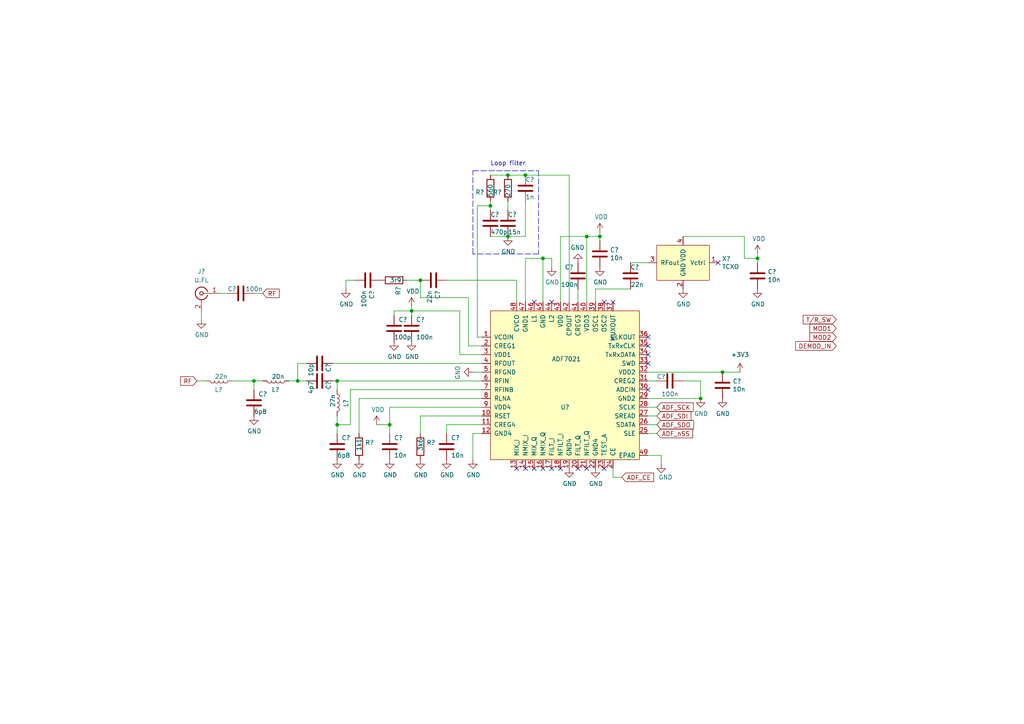
<source format=kicad_sch>
(kicad_sch (version 20211123) (generator eeschema)
  (paper "A4")
  (lib_symbols
    (symbol "Connector:Conn_Coaxial" (pin_names (offset 1.016) hide)
      (property "Reference" "J" (at 0.254 3.048 0))
      (property "Value" "Conn_Coaxial" (at 2.921 0 90))
      (symbol "Conn_Coaxial_0_1"
        (arc (start -1.778 -0.508) (mid 0.222 -1.808) (end 1.778 0) (stroke (width 0.254)))
        (polyline (pts (xy -2.54 0) (xy -0.508 0)))
        (polyline (pts (xy 0 -2.54) (xy 0 -1.778)))
        (circle (center 0 0) (radius 0.508) (stroke (width 0.2032)))
        (arc (start 1.778 0) (mid 0.222 1.8083) (end -1.778 0.508) (stroke (width 0.254)))
      )
      (symbol "Conn_Coaxial_1_1"
        (pin passive line (at -5.08 0 0) (length 2.54) (name "In") (number "1"))
        (pin passive line (at 0 -5.08 90) (length 2.54) (name "Ext") (number "2"))
      )
    )
    (symbol "Device:C" (pin_numbers hide) (pin_names (offset 0.254))
      (property "Reference" "C" (at 0.635 2.54 0))
      (property "Value" "C" (at 0.635 -2.54 0))
      (symbol "C_0_1"
        (polyline (pts (xy -2.032 -0.762) (xy 2.032 -0.762)) (stroke (width 0.508)))
        (polyline (pts (xy -2.032 0.762) (xy 2.032 0.762)) (stroke (width 0.508)))
      )
      (symbol "C_1_1"
        (pin passive line (at 0 3.81 270) (length 2.794) (name "~") (number "1"))
        (pin passive line (at 0 -3.81 90) (length 2.794) (name "~") (number "2"))
      )
    )
    (symbol "Device:L" (pin_numbers hide) (pin_names (offset 1.016) hide)
      (property "Reference" "L" (at -1.27 0 90))
      (property "Value" "L" (at 1.905 0 90))
      (symbol "L_0_1"
        (arc (start 0 -2.54) (mid 0.635 -1.905) (end 0 -1.27))
        (arc (start 0 -1.27) (mid 0.635 -0.635) (end 0 0))
        (arc (start 0 0) (mid 0.635 0.635) (end 0 1.27))
        (arc (start 0 1.27) (mid 0.635 1.905) (end 0 2.54))
      )
      (symbol "L_1_1"
        (pin passive line (at 0 3.81 270) (length 1.27) (name "1") (number "1"))
        (pin passive line (at 0 -3.81 90) (length 1.27) (name "2") (number "2"))
      )
    )
    (symbol "Device:R" (pin_numbers hide) (pin_names (offset 0))
      (property "Reference" "R" (at 2.032 0 90))
      (property "Value" "R" (at 0 0 90))
      (symbol "R_0_1"
        (rectangle (start -1.016 -2.54) (end 1.016 2.54) (stroke (width 0.254)))
      )
      (symbol "R_1_1"
        (pin passive line (at 0 3.81 270) (length 1.27) (name "~") (number "1"))
        (pin passive line (at 0 -3.81 90) (length 1.27) (name "~") (number "2"))
      )
    )
    (symbol "adf7021:ADF7021" (pin_names (offset 1.016))
      (property "Reference" "U" (at 0 -6.35 0))
      (property "Value" "ADF7021" (at 0 7.62 0))
      (symbol "ADF7021_0_1"
        (rectangle (start -21.59 -21.59) (end 21.59 21.59) (fill (type background)))
      )
      (symbol "ADF7021_1_1"
        (pin input line (at -24.13 13.97 0) (length 2.54) (name "VCOIN") (number "1"))
        (pin input line (at -24.13 -8.89 0) (length 2.54) (name "RSET") (number "10"))
        (pin input line (at -24.13 -11.43 0) (length 2.54) (name "CREG4") (number "11"))
        (pin input line (at -24.13 -13.97 0) (length 2.54) (name "GND4") (number "12"))
        (pin input line (at -13.97 -24.13 90) (length 2.54) (name "MIX_I") (number "13"))
        (pin input line (at -11.43 -24.13 90) (length 2.54) (name "NMIX_I") (number "14"))
        (pin input line (at -8.89 -24.13 90) (length 2.54) (name "MIX_Q") (number "15"))
        (pin input line (at -6.35 -24.13 90) (length 2.54) (name "NMIX_Q") (number "16"))
        (pin input line (at -3.81 -24.13 90) (length 2.54) (name "FILT_I") (number "17"))
        (pin input line (at -1.27 -24.13 90) (length 2.54) (name "NFILT_I") (number "18"))
        (pin input line (at 1.27 -24.13 90) (length 2.54) (name "GND4") (number "19"))
        (pin input line (at -24.13 11.43 0) (length 2.54) (name "CREG1") (number "2"))
        (pin input line (at 3.81 -24.13 90) (length 2.54) (name "FILT_Q") (number "20"))
        (pin input line (at 6.35 -24.13 90) (length 2.54) (name "NFILT_Q") (number "21"))
        (pin input line (at 8.89 -24.13 90) (length 2.54) (name "GND4") (number "22"))
        (pin input line (at 11.43 -24.13 90) (length 2.54) (name "TEST_A") (number "23"))
        (pin input line (at 13.97 -24.13 90) (length 2.54) (name "CE") (number "24"))
        (pin input line (at 24.13 -13.97 180) (length 2.54) (name "SLE") (number "25"))
        (pin input line (at 24.13 -11.43 180) (length 2.54) (name "SDATA") (number "26"))
        (pin input line (at 24.13 -8.89 180) (length 2.54) (name "SREAD") (number "27"))
        (pin input line (at 24.13 -6.35 180) (length 2.54) (name "SCLK") (number "28"))
        (pin input line (at 24.13 -3.81 180) (length 2.54) (name "GND2") (number "29"))
        (pin input line (at -24.13 8.89 0) (length 2.54) (name "VDD1") (number "3"))
        (pin input line (at 24.13 -1.27 180) (length 2.54) (name "ADCIN") (number "30"))
        (pin input line (at 24.13 1.27 180) (length 2.54) (name "CREG2") (number "31"))
        (pin input line (at 24.13 3.81 180) (length 2.54) (name "VDD2") (number "32"))
        (pin input line (at 24.13 6.35 180) (length 2.54) (name "SWD") (number "33"))
        (pin input line (at 24.13 8.89 180) (length 2.54) (name "TxRxDATA") (number "34"))
        (pin input line (at 24.13 11.43 180) (length 2.54) (name "TxRxCLK") (number "35"))
        (pin input line (at 24.13 13.97 180) (length 2.54) (name "CLKOUT") (number "36"))
        (pin input line (at 13.97 24.13 270) (length 2.54) (name "MUXOUT") (number "37"))
        (pin input line (at 11.43 24.13 270) (length 2.54) (name "OSC2") (number "38"))
        (pin input line (at 8.89 24.13 270) (length 2.54) (name "OSC1") (number "39"))
        (pin input line (at -24.13 6.35 0) (length 2.54) (name "RFOUT") (number "4"))
        (pin input line (at 6.35 24.13 270) (length 2.54) (name "VDD3") (number "40"))
        (pin input line (at 3.81 24.13 270) (length 2.54) (name "CREG3") (number "41"))
        (pin input line (at 1.27 24.13 270) (length 2.54) (name "CPOUT") (number "42"))
        (pin input line (at -1.27 24.13 270) (length 2.54) (name "VDD") (number "43"))
        (pin input line (at -3.81 24.13 270) (length 2.54) (name "L2") (number "44"))
        (pin input line (at -6.35 24.13 270) (length 2.54) (name "GND") (number "45"))
        (pin input line (at -8.89 24.13 270) (length 2.54) (name "L1") (number "46"))
        (pin input line (at -11.43 24.13 270) (length 2.54) (name "GND1") (number "47"))
        (pin input line (at -13.97 24.13 270) (length 2.54) (name "CVCO") (number "48"))
        (pin input line (at 24.13 -20.32 180) (length 2.54) (name "EPAD") (number "49"))
        (pin input line (at -24.13 3.81 0) (length 2.54) (name "RFGND") (number "5"))
        (pin input line (at -24.13 1.27 0) (length 2.54) (name "RFIN") (number "6"))
        (pin input line (at -24.13 -1.27 0) (length 2.54) (name "RFINB") (number "7"))
        (pin input line (at -24.13 -3.81 0) (length 2.54) (name "RLNA") (number "8"))
        (pin input line (at -24.13 -6.35 0) (length 2.54) (name "VDD4") (number "9"))
      )
    )
    (symbol "power:+3V3" (power) (pin_names (offset 0))
      (property "Value" "+3V3" (at 0 3.556 0))
      (symbol "+3V3_0_1"
        (polyline (pts (xy -0.762 1.27) (xy 0 2.54)))
        (polyline (pts (xy 0 0) (xy 0 2.54)))
        (polyline (pts (xy 0 2.54) (xy 0.762 1.27)))
      )
      (symbol "+3V3_1_1"
        (pin power_in line (at 0 0 90) (length 0) hide (name "+3V3") (number "1"))
      )
    )
    (symbol "power:GND" (power) (pin_names (offset 0))
      (property "Value" "GND" (at 0 -3.81 0))
      (symbol "GND_0_1"
        (polyline (pts (xy 0 0) (xy 0 -1.27) (xy 1.27 -1.27) (xy 0 -2.54) (xy -1.27 -1.27) (xy 0 -1.27)))
      )
      (symbol "GND_1_1"
        (pin power_in line (at 0 0 270) (length 0) hide (name "GND") (number "1"))
      )
    )
    (symbol "power:VDD" (power) (pin_names (offset 0))
      (property "Value" "VDD" (at 0 3.81 0))
      (symbol "VDD_0_1"
        (polyline (pts (xy -0.762 1.27) (xy 0 2.54)))
        (polyline (pts (xy 0 0) (xy 0 2.54)))
        (polyline (pts (xy 0 2.54) (xy 0.762 1.27)))
      )
      (symbol "VDD_1_1"
        (pin power_in line (at 0 0 90) (length 0) hide (name "VDD") (number "1"))
      )
    )
    (symbol "tcxo:TCXO" (pin_names (offset 1.016))
      (property "Reference" "X" (at -6.35 6.35 0))
      (property "Value" "TCXO" (at 6.35 6.35 0))
      (symbol "TCXO_0_1"
        (rectangle (start 7.62 -5.08) (end -7.62 5.08) (fill (type background)))
      )
      (symbol "TCXO_1_1"
        (pin input line (at 10.16 0 180) (length 2.54) (name "Vctrl") (number "1"))
        (pin input line (at 0 -7.62 90) (length 2.54) (name "GND") (number "2"))
        (pin input line (at -10.16 0 0) (length 2.54) (name "RFout") (number "3"))
        (pin input line (at 0 7.62 270) (length 2.54) (name "VDD") (number "4"))
      )
    )
  )
  (junction (at 203.2 115.57))
  (junction (at 142.24 59.69))
  (junction (at 97.79 110.49))
  (junction (at 173.99 68.58))
  (junction (at 152.4 50.8))
  (junction (at 209.55 107.95))
  (junction (at 147.32 68.58))
  (junction (at 219.71 74.93))
  (junction (at 113.03 123.19))
  (junction (at 170.18 68.58))
  (junction (at 157.48 74.93))
  (junction (at 86.36 110.49))
  (junction (at 119.38 90.17))
  (junction (at 121.92 81.28))
  (junction (at 97.79 123.19))
  (junction (at 73.66 110.49))
  (junction (at 147.32 50.8))
  (no_connect (at 187.96 113.03))
  (no_connect (at 149.86 135.89))
  (no_connect (at 187.96 102.87))
  (no_connect (at 187.96 105.41))
  (no_connect (at 170.18 135.89))
  (no_connect (at 175.26 135.89))
  (no_connect (at 154.94 135.89))
  (no_connect (at 167.64 135.89))
  (no_connect (at 208.28 76.2))
  (no_connect (at 152.4 135.89))
  (no_connect (at 177.8 87.63))
  (no_connect (at 162.56 135.89))
  (no_connect (at 175.26 87.63))
  (no_connect (at 157.48 135.89))
  (no_connect (at 160.02 135.89))
  (no_connect (at 160.02 87.63))
  (no_connect (at 154.94 87.63))
  (no_connect (at 187.96 97.79))
  (no_connect (at 187.96 100.33))
  (wire (pts (xy 113.03 123.19) (xy 113.03 118.11)))
  (wire (pts (xy 97.79 110.49) (xy 139.7 110.49)))
  (wire (pts (xy 157.48 87.63) (xy 157.48 74.93)))
  (wire (pts (xy 187.96 110.49) (xy 190.5 110.49)))
  (wire (pts (xy 97.79 123.19) (xy 101.6 123.19)))
  (wire (pts (xy 114.3 90.17) (xy 114.3 91.44)))
  (wire (pts (xy 187.96 107.95) (xy 209.55 107.95)))
  (wire (pts (xy 104.14 115.57) (xy 139.7 115.57)))
  (wire (pts (xy 119.38 90.17) (xy 133.35 90.17)))
  (wire (pts (xy 162.56 87.63) (xy 162.56 68.58)))
  (wire (pts (xy 129.54 81.28) (xy 149.86 81.28)))
  (polyline (pts (xy 156.21 49.53) (xy 156.21 73.66)))
  (wire (pts (xy 187.96 125.73) (xy 190.5 125.73)))
  (wire (pts (xy 142.24 59.69) (xy 138.43 59.69)))
  (wire (pts (xy 203.2 110.49) (xy 203.2 115.57)))
  (wire (pts (xy 133.35 90.17) (xy 133.35 102.87)))
  (polyline (pts (xy 156.21 73.66) (xy 137.16 73.66)))
  (wire (pts (xy 219.71 73.66) (xy 219.71 74.93)))
  (polyline (pts (xy 137.16 49.53) (xy 156.21 49.53)))
  (wire (pts (xy 67.31 110.49) (xy 73.66 110.49)))
  (wire (pts (xy 139.7 125.73) (xy 137.16 125.73)))
  (wire (pts (xy 83.82 110.49) (xy 86.36 110.49)))
  (wire (pts (xy 142.24 59.69) (xy 142.24 60.96)))
  (wire (pts (xy 215.9 74.93) (xy 215.9 68.58)))
  (wire (pts (xy 177.8 138.43) (xy 180.34 138.43)))
  (wire (pts (xy 121.92 86.36) (xy 121.92 81.28)))
  (wire (pts (xy 173.99 67.31) (xy 173.99 68.58)))
  (wire (pts (xy 86.36 105.41) (xy 88.9 105.41)))
  (wire (pts (xy 119.38 90.17) (xy 119.38 88.9)))
  (wire (pts (xy 96.52 110.49) (xy 97.79 110.49)))
  (wire (pts (xy 63.5 85.09) (xy 66.04 85.09)))
  (wire (pts (xy 191.77 134.62) (xy 191.77 132.08)))
  (wire (pts (xy 209.55 107.95) (xy 214.63 107.95)))
  (wire (pts (xy 113.03 125.73) (xy 113.03 123.19)))
  (wire (pts (xy 73.66 85.09) (xy 76.2 85.09)))
  (polyline (pts (xy 137.16 73.66) (xy 137.16 49.53)))
  (wire (pts (xy 133.35 102.87) (xy 139.7 102.87)))
  (wire (pts (xy 57.15 110.49) (xy 59.69 110.49)))
  (wire (pts (xy 187.96 115.57) (xy 203.2 115.57)))
  (wire (pts (xy 187.96 132.08) (xy 191.77 132.08)))
  (wire (pts (xy 215.9 68.58) (xy 198.12 68.58)))
  (wire (pts (xy 121.92 120.65) (xy 139.7 120.65)))
  (wire (pts (xy 173.99 68.58) (xy 170.18 68.58)))
  (wire (pts (xy 137.16 107.95) (xy 139.7 107.95)))
  (wire (pts (xy 138.43 59.69) (xy 138.43 97.79)))
  (wire (pts (xy 137.16 125.73) (xy 137.16 133.35)))
  (wire (pts (xy 101.6 123.19) (xy 101.6 113.03)))
  (wire (pts (xy 135.89 86.36) (xy 135.89 100.33)))
  (wire (pts (xy 100.33 81.28) (xy 102.87 81.28)))
  (wire (pts (xy 219.71 74.93) (xy 219.71 76.2)))
  (wire (pts (xy 100.33 83.82) (xy 100.33 81.28)))
  (wire (pts (xy 121.92 86.36) (xy 135.89 86.36)))
  (wire (pts (xy 86.36 110.49) (xy 88.9 110.49)))
  (wire (pts (xy 119.38 91.44) (xy 119.38 90.17)))
  (wire (pts (xy 142.24 58.42) (xy 142.24 59.69)))
  (wire (pts (xy 177.8 135.89) (xy 177.8 138.43)))
  (wire (pts (xy 170.18 68.58) (xy 170.18 87.63)))
  (wire (pts (xy 104.14 125.73) (xy 104.14 115.57)))
  (wire (pts (xy 152.4 58.42) (xy 152.4 68.58)))
  (wire (pts (xy 97.79 110.49) (xy 97.79 113.03)))
  (wire (pts (xy 162.56 68.58) (xy 170.18 68.58)))
  (wire (pts (xy 139.7 97.79) (xy 138.43 97.79)))
  (wire (pts (xy 152.4 74.93) (xy 152.4 87.63)))
  (wire (pts (xy 73.66 110.49) (xy 76.2 110.49)))
  (wire (pts (xy 109.22 123.19) (xy 113.03 123.19)))
  (wire (pts (xy 160.02 74.93) (xy 160.02 77.47)))
  (wire (pts (xy 86.36 110.49) (xy 86.36 105.41)))
  (wire (pts (xy 173.99 68.58) (xy 173.99 69.85)))
  (wire (pts (xy 167.64 83.82) (xy 167.64 87.63)))
  (wire (pts (xy 129.54 123.19) (xy 139.7 123.19)))
  (wire (pts (xy 198.12 110.49) (xy 203.2 110.49)))
  (wire (pts (xy 172.72 83.82) (xy 182.88 83.82)))
  (wire (pts (xy 135.89 100.33) (xy 139.7 100.33)))
  (wire (pts (xy 118.11 81.28) (xy 121.92 81.28)))
  (wire (pts (xy 73.66 110.49) (xy 73.66 113.03)))
  (wire (pts (xy 129.54 125.73) (xy 129.54 123.19)))
  (wire (pts (xy 97.79 120.65) (xy 97.79 123.19)))
  (wire (pts (xy 157.48 74.93) (xy 160.02 74.93)))
  (wire (pts (xy 113.03 118.11) (xy 139.7 118.11)))
  (wire (pts (xy 96.52 105.41) (xy 139.7 105.41)))
  (wire (pts (xy 187.96 120.65) (xy 190.5 120.65)))
  (wire (pts (xy 182.88 76.2) (xy 187.96 76.2)))
  (wire (pts (xy 187.96 118.11) (xy 190.5 118.11)))
  (wire (pts (xy 219.71 74.93) (xy 215.9 74.93)))
  (wire (pts (xy 147.32 68.58) (xy 152.4 68.58)))
  (wire (pts (xy 165.1 50.8) (xy 152.4 50.8)))
  (wire (pts (xy 172.72 87.63) (xy 172.72 83.82)))
  (wire (pts (xy 97.79 123.19) (xy 97.79 125.73)))
  (wire (pts (xy 121.92 125.73) (xy 121.92 120.65)))
  (wire (pts (xy 165.1 50.8) (xy 165.1 87.63)))
  (wire (pts (xy 149.86 81.28) (xy 149.86 87.63)))
  (wire (pts (xy 152.4 74.93) (xy 157.48 74.93)))
  (wire (pts (xy 142.24 68.58) (xy 147.32 68.58)))
  (wire (pts (xy 187.96 123.19) (xy 190.5 123.19)))
  (wire (pts (xy 147.32 58.42) (xy 147.32 60.96)))
  (wire (pts (xy 142.24 50.8) (xy 147.32 50.8)))
  (wire (pts (xy 101.6 113.03) (xy 139.7 113.03)))
  (wire (pts (xy 119.38 90.17) (xy 114.3 90.17)))
  (wire (pts (xy 147.32 50.8) (xy 152.4 50.8)))
  (wire (pts (xy 58.42 90.17) (xy 58.42 92.71)))
  (text "Loop filter" (at 142.24 48.26 0) (effects (font (size 1.27 1.27)) (justify left bottom)))
  (global_label "MOD2" (shape input) (at 242.57 97.79 180) (property "Intersheet References" "${INTERSHEET_REFS}" (effects hide)))
  (global_label "ADF_SDO" (shape input) (at 190.5 123.19 0) (property "Intersheet References" "${INTERSHEET_REFS}" (effects hide)))
  (global_label "RF" (shape input) (at 76.2 85.09 0) (property "Intersheet References" "${INTERSHEET_REFS}" (effects hide)))
  (global_label "ADF_CE" (shape input) (at 180.34 138.43 0) (property "Intersheet References" "${INTERSHEET_REFS}" (effects hide)))
  (global_label "ADF_SDI" (shape input) (at 190.5 120.65 0) (property "Intersheet References" "${INTERSHEET_REFS}" (effects hide)))
  (global_label "ADF_SCK" (shape input) (at 190.5 118.11 0) (property "Intersheet References" "${INTERSHEET_REFS}" (effects hide)))
  (global_label "ADF_nSS" (shape input) (at 190.5 125.73 0) (property "Intersheet References" "${INTERSHEET_REFS}" (effects hide)))
  (global_label "RF" (shape input) (at 57.15 110.49 180) (property "Intersheet References" "${INTERSHEET_REFS}" (effects hide)))
  (global_label "MOD1" (shape input) (at 242.57 95.25 180) (property "Intersheet References" "${INTERSHEET_REFS}" (effects hide)))
  (global_label "T{slash}R_SW" (shape input) (at 242.57 92.71 180) (property "Intersheet References" "${INTERSHEET_REFS}" (effects hide)))
  (global_label "DEMOD_IN" (shape input) (at 242.57 100.33 180) (property "Intersheet References" "${INTERSHEET_REFS}" (effects hide)))
  (symbol (lib_id "Device:C") (at 147.32 64.77 0) (unit 1)
    (property "Reference" "C?" (at 147.32 62.23 0) (effects (justify left)))
    (property "Value" "15n" (at 147.32 67.31 0) (effects (justify left)))
    (property "Footprint" "Capacitor_SMD:C_0402_1005Metric" (effects hide))
  )
  (symbol (lib_id "power:GND") (at 113.03 133.35 0) (unit 1)
    (property "Reference" "#PWR?" (effects hide))
    (property "Value" "GND" (at 113.157 137.7442 0))
  )
  (symbol (lib_id "Device:C") (at 114.3 95.25 0) (unit 1)
    (property "Reference" "C?" (at 115.57 92.71 0) (effects (justify left)))
    (property "Value" "100p" (at 114.3 97.79 0) (effects (justify left)))
    (property "Footprint" "Capacitor_SMD:C_0402_1005Metric" (effects hide))
  )
  (symbol (lib_id "Device:C") (at 92.71 110.49 90) (unit 1)
    (property "Reference" "C?" (at 95.25 113.03 0) (effects (justify left)))
    (property "Value" "4p7" (at 90.17 114.3 0) (effects (justify left)))
    (property "Footprint" "Capacitor_SMD:C_0402_1005Metric" (effects hide))
  )
  (symbol (lib_id "power:VDD") (at 119.38 88.9 0) (unit 1)
    (property "Reference" "#PWR?" (effects hide))
    (property "Value" "VDD" (at 119.761 84.5058 0))
  )
  (symbol (lib_id "tcxo:TCXO") (at 198.12 76.2 0) (unit 1)
    (property "Reference" "X?" (at 209.3976 75.0316 0) (effects (justify left)))
    (property "Value" "TCXO" (at 209.3976 77.343 0) (effects (justify left)))
  )
  (symbol (lib_id "Device:C") (at 106.68 81.28 270) (unit 1)
    (property "Reference" "C?" (at 107.8484 84.201 0) (effects (justify left)))
    (property "Value" "100n" (at 105.537 84.201 0) (effects (justify left)))
    (property "Footprint" "Capacitor_SMD:C_0402_1005Metric" (effects hide))
  )
  (symbol (lib_id "power:GND") (at 73.66 120.65 0) (unit 1)
    (property "Reference" "#PWR?" (effects hide))
    (property "Value" "GND" (at 73.787 125.0442 0))
  )
  (symbol (lib_id "power:GND") (at 203.2 115.57 0) (unit 1)
    (property "Reference" "#PWR?" (effects hide))
    (property "Value" "GND" (at 203.327 119.9642 0))
  )
  (symbol (lib_id "power:GND") (at 100.33 83.82 0) (unit 1)
    (property "Reference" "#PWR?" (effects hide))
    (property "Value" "GND" (at 100.457 88.2142 0))
  )
  (symbol (lib_id "Device:C") (at 142.24 64.77 0) (unit 1)
    (property "Reference" "C?" (at 142.24 62.23 0) (effects (justify left)))
    (property "Value" "470p" (at 142.24 67.31 0) (effects (justify left)))
    (property "Footprint" "Capacitor_SMD:C_0402_1005Metric" (effects hide))
  )
  (symbol (lib_id "power:GND") (at 173.99 77.47 0) (unit 1)
    (property "Reference" "#PWR?" (effects hide))
    (property "Value" "GND" (at 174.117 81.8642 0))
  )
  (symbol (lib_id "Device:L") (at 80.01 110.49 270) (unit 1)
    (property "Reference" "L?" (at 78.74 113.03 90) (effects (justify left)))
    (property "Value" "20n" (at 78.74 109.22 90) (effects (justify left)))
    (property "Footprint" "Inductor_SMD:L_0402_1005Metric" (effects hide))
  )
  (symbol (lib_id "Device:R") (at 121.92 129.54 0) (unit 1)
    (property "Reference" "R?" (at 123.698 128.3716 0) (effects (justify left)))
    (property "Value" "3k6" (at 121.92 130.81 90) (effects (justify left)))
    (property "Footprint" "Resistor_SMD:R_0402_1005Metric" (effects hide))
  )
  (symbol (lib_id "power:GND") (at 165.1 135.89 0) (unit 1)
    (property "Reference" "#PWR?" (effects hide))
    (property "Value" "GND" (at 165.227 140.2842 0))
  )
  (symbol (lib_id "Device:C") (at 92.71 105.41 90) (unit 1)
    (property "Reference" "C?" (at 95.25 107.95 0) (effects (justify left)))
    (property "Value" "10p" (at 90.17 109.22 0) (effects (justify left)))
    (property "Footprint" "Capacitor_SMD:C_0402_1005Metric" (effects hide))
  )
  (symbol (lib_id "Device:C") (at 167.64 80.01 180) (unit 1)
    (property "Reference" "C?" (at 166.37 77.47 0) (effects (justify left)))
    (property "Value" "100n" (at 167.64 82.55 0) (effects (justify left)))
    (property "Footprint" "Capacitor_SMD:C_0402_1005Metric" (effects hide))
  )
  (symbol (lib_id "Device:C") (at 113.03 129.54 0) (unit 1)
    (property "Reference" "C?" (at 114.3 127 0) (effects (justify left)))
    (property "Value" "10n" (at 114.3 132.08 0) (effects (justify left)))
    (property "Footprint" "Capacitor_SMD:C_0402_1005Metric" (effects hide))
  )
  (symbol (lib_id "Device:C") (at 152.4 54.61 0) (unit 1)
    (property "Reference" "C?" (at 152.4 52.07 0) (effects (justify left)))
    (property "Value" "1n" (at 152.4 57.15 0) (effects (justify left)))
    (property "Footprint" "Capacitor_SMD:C_0402_1005Metric" (effects hide))
  )
  (symbol (lib_id "Device:C") (at 69.85 85.09 90) (unit 1)
    (property "Reference" "C?" (at 68.58 83.82 90) (effects (justify left)))
    (property "Value" "100n" (at 76.2 83.82 90) (effects (justify left)))
    (property "Footprint" "Capacitor_SMD:C_0402_1005Metric" (effects hide))
  )
  (symbol (lib_id "adf7021:ADF7021") (at 163.83 111.76 0) (unit 1)
    (property "Reference" "U?" (at 162.56 118.11 0) (effects (justify left)))
    (property "Value" "ADF7021" (at 160.02 104.14 0) (effects (justify left)))
    (property "Footprint" "Package_CSP:LFCSP-48-1EP_7x7mm_P0.5mm_EP4.1x4.1mm" (effects hide))
  )
  (symbol (lib_id "power:GND") (at 129.54 133.35 0) (unit 1)
    (property "Reference" "#PWR?" (effects hide))
    (property "Value" "GND" (at 129.667 137.7442 0))
  )
  (symbol (lib_id "power:GND") (at 167.64 76.2 180) (unit 1)
    (property "Reference" "#PWR?" (effects hide))
    (property "Value" "GND" (at 167.513 71.8058 0))
  )
  (symbol (lib_id "power:GND") (at 137.16 133.35 0) (unit 1)
    (property "Reference" "#PWR?" (effects hide))
    (property "Value" "GND" (at 137.287 137.7442 0))
  )
  (symbol (lib_id "power:GND") (at 219.71 83.82 0) (unit 1)
    (property "Reference" "#PWR?" (effects hide))
    (property "Value" "GND" (at 219.837 88.2142 0))
  )
  (symbol (lib_id "power:GND") (at 198.12 83.82 0) (unit 1)
    (property "Reference" "#PWR?" (effects hide))
    (property "Value" "GND" (at 198.247 88.2142 0))
  )
  (symbol (lib_id "Device:C") (at 219.71 80.01 0) (unit 1)
    (property "Reference" "C?" (at 222.631 78.8416 0) (effects (justify left)))
    (property "Value" "10n" (at 222.631 81.153 0) (effects (justify left)))
    (property "Footprint" "Capacitor_SMD:C_0402_1005Metric" (effects hide))
  )
  (symbol (lib_id "Device:R") (at 147.32 54.61 180) (unit 1)
    (property "Reference" "R?" (at 145.542 55.7784 0) (effects (justify left)))
    (property "Value" "270" (at 147.32 53.34 90) (effects (justify left)))
    (property "Footprint" "Resistor_SMD:R_0402_1005Metric" (effects hide))
  )
  (symbol (lib_id "Device:C") (at 194.31 110.49 270) (unit 1)
    (property "Reference" "C?" (at 191.77 109.22 90))
    (property "Value" "100n" (at 194.31 114.3 90))
    (property "Footprint" "Capacitor_SMD:C_0402_1005Metric" (effects hide))
  )
  (symbol (lib_id "Device:C") (at 119.38 95.25 0) (unit 1)
    (property "Reference" "C?" (at 120.65 92.71 0) (effects (justify left)))
    (property "Value" "100n" (at 120.65 97.79 0) (effects (justify left)))
    (property "Footprint" "Capacitor_SMD:C_0402_1005Metric" (effects hide))
  )
  (symbol (lib_id "Device:C") (at 97.79 129.54 0) (unit 1)
    (property "Reference" "C?" (at 99.06 127 0) (effects (justify left)))
    (property "Value" "6p8" (at 97.79 132.08 0) (effects (justify left)))
    (property "Footprint" "Capacitor_SMD:C_0402_1005Metric" (effects hide))
  )
  (symbol (lib_id "Device:C") (at 73.66 116.84 0) (unit 1)
    (property "Reference" "C?" (at 74.93 114.3 0) (effects (justify left)))
    (property "Value" "6p8" (at 73.66 119.38 0) (effects (justify left)))
    (property "Footprint" "Capacitor_SMD:C_0402_1005Metric" (effects hide))
  )
  (symbol (lib_id "Device:R") (at 142.24 54.61 180) (unit 1)
    (property "Reference" "R?" (at 140.462 55.7784 0) (effects (justify left)))
    (property "Value" "560" (at 142.24 53.34 90) (effects (justify left)))
    (property "Footprint" "Resistor_SMD:R_0402_1005Metric" (effects hide))
  )
  (symbol (lib_id "Device:C") (at 173.99 73.66 0) (unit 1)
    (property "Reference" "C?" (at 176.911 72.4916 0) (effects (justify left)))
    (property "Value" "10n" (at 176.911 74.803 0) (effects (justify left)))
    (property "Footprint" "Capacitor_SMD:C_0402_1005Metric" (effects hide))
  )
  (symbol (lib_id "power:GND") (at 160.02 77.47 0) (unit 1)
    (property "Reference" "#PWR?" (effects hide))
    (property "Value" "GND" (at 160.147 81.8642 0))
  )
  (symbol (lib_id "power:GND") (at 119.38 99.06 0) (unit 1)
    (property "Reference" "#PWR?" (effects hide))
    (property "Value" "GND" (at 119.507 103.4542 0))
  )
  (symbol (lib_id "power:GND") (at 58.42 92.71 0) (unit 1)
    (property "Reference" "#PWR?" (effects hide))
    (property "Value" "GND" (at 58.547 97.1042 0))
  )
  (symbol (lib_id "Device:L") (at 97.79 116.84 0) (unit 1)
    (property "Reference" "L?" (at 100.33 118.11 90) (effects (justify left)))
    (property "Value" "27n" (at 96.52 118.11 90) (effects (justify left)))
    (property "Footprint" "Inductor_SMD:L_0402_1005Metric" (effects hide))
  )
  (symbol (lib_id "power:GND") (at 114.3 99.06 0) (unit 1)
    (property "Reference" "#PWR?" (effects hide))
    (property "Value" "GND" (at 114.427 103.4542 0))
  )
  (symbol (lib_id "power:GND") (at 121.92 133.35 0) (unit 1)
    (property "Reference" "#PWR?" (effects hide))
    (property "Value" "GND" (at 122.047 137.7442 0))
  )
  (symbol (lib_id "power:VDD") (at 219.71 73.66 0) (unit 1)
    (property "Reference" "#PWR?" (effects hide))
    (property "Value" "VDD" (at 220.091 69.2658 0))
  )
  (symbol (lib_id "power:GND") (at 191.77 134.62 0) (unit 1)
    (property "Reference" "#PWR?" (effects hide))
    (property "Value" "GND" (at 193.04 138.43 0))
  )
  (symbol (lib_id "Device:R") (at 104.14 129.54 0) (unit 1)
    (property "Reference" "R?" (at 105.918 128.3716 0) (effects (justify left)))
    (property "Value" "1k1" (at 104.14 130.81 90) (effects (justify left)))
    (property "Footprint" "Resistor_SMD:R_0402_1005Metric" (effects hide))
  )
  (symbol (lib_id "power:GND") (at 209.55 115.57 0) (unit 1)
    (property "Reference" "#PWR?" (effects hide))
    (property "Value" "GND" (at 209.677 119.9642 0))
  )
  (symbol (lib_id "power:GND") (at 147.32 68.58 0) (unit 1)
    (property "Reference" "#PWR?" (effects hide))
    (property "Value" "GND" (at 147.447 72.9742 0))
  )
  (symbol (lib_id "power:GND") (at 97.79 133.35 0) (unit 1)
    (property "Reference" "#PWR?" (effects hide))
    (property "Value" "GND" (at 97.917 137.7442 0))
  )
  (symbol (lib_id "Device:C") (at 125.73 81.28 270) (unit 1)
    (property "Reference" "C?" (at 126.8984 84.201 0) (effects (justify left)))
    (property "Value" "22n" (at 124.587 84.201 0) (effects (justify left)))
    (property "Footprint" "Capacitor_SMD:C_0402_1005Metric" (effects hide))
  )
  (symbol (lib_id "power:VDD") (at 173.99 67.31 0) (unit 1)
    (property "Reference" "#PWR?" (effects hide))
    (property "Value" "VDD" (at 174.371 62.9158 0))
  )
  (symbol (lib_id "Device:R") (at 114.3 81.28 270) (unit 1)
    (property "Reference" "R?" (at 115.4684 83.058 0) (effects (justify left)))
    (property "Value" "3r9" (at 113.03 81.28 90) (effects (justify left)))
    (property "Footprint" "Resistor_SMD:R_0402_1005Metric" (effects hide))
  )
  (symbol (lib_id "Device:C") (at 182.88 80.01 180) (unit 1)
    (property "Reference" "C?" (at 185.42 77.47 0) (effects (justify left)))
    (property "Value" "22n" (at 186.69 82.55 0) (effects (justify left)))
    (property "Footprint" "Capacitor_SMD:C_0402_1005Metric" (effects hide))
  )
  (symbol (lib_id "Device:C") (at 129.54 129.54 0) (unit 1)
    (property "Reference" "C?" (at 130.81 127 0) (effects (justify left)))
    (property "Value" "10n" (at 130.81 132.08 0) (effects (justify left)))
    (property "Footprint" "Capacitor_SMD:C_0402_1005Metric" (effects hide))
  )
  (symbol (lib_id "power:GND") (at 104.14 133.35 0) (unit 1)
    (property "Reference" "#PWR?" (effects hide))
    (property "Value" "GND" (at 104.267 137.7442 0))
  )
  (symbol (lib_id "Device:L") (at 63.5 110.49 270) (unit 1)
    (property "Reference" "L?" (at 62.23 113.03 90) (effects (justify left)))
    (property "Value" "22n" (at 62.23 109.22 90) (effects (justify left)))
    (property "Footprint" "Inductor_SMD:L_0402_1005Metric" (effects hide))
  )
  (symbol (lib_id "power:+3V3") (at 214.63 107.95 0) (unit 1)
    (property "Reference" "#PWR?" (effects hide))
    (property "Value" "+3V3" (at 214.63 102.87 0))
  )
  (symbol (lib_id "power:GND") (at 137.16 107.95 270) (unit 1)
    (property "Reference" "#PWR?" (effects hide))
    (property "Value" "GND" (at 132.7658 108.077 0))
  )
  (symbol (lib_id "Connector:Conn_Coaxial") (at 58.42 85.09 0) (mirror y) (unit 1)
    (property "Reference" "J?" (at 58.42 78.74 0))
    (property "Value" "U.FL" (at 58.42 81.28 0))
    (property "Footprint" "Connector_Coaxial:U.FL_Hirose_U.FL-R-SMT-1_Vertical" (effects hide))
    (property "Datasheet" " ~" (effects hide))
  )
  (symbol (lib_id "Device:C") (at 209.55 111.76 0) (unit 1)
    (property "Reference" "C?" (at 212.471 110.5916 0) (effects (justify left)))
    (property "Value" "10n" (at 212.471 112.903 0) (effects (justify left)))
    (property "Footprint" "Capacitor_SMD:C_0402_1005Metric" (effects hide))
  )
  (symbol (lib_id "power:GND") (at 172.72 135.89 0) (unit 1)
    (property "Reference" "#PWR?" (effects hide))
    (property "Value" "GND" (at 172.847 140.2842 0))
  )
  (symbol (lib_id "power:VDD") (at 109.22 123.19 0) (unit 1)
    (property "Reference" "#PWR?" (effects hide))
    (property "Value" "VDD" (at 109.601 118.7958 0))
  )
)
</source>
